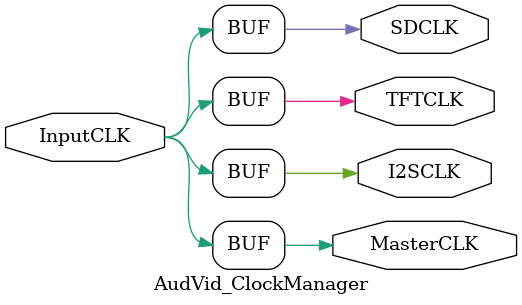
<source format=v>
module AudVid_ClockManager(
    input  wire  InputCLK,
    output wire  MasterCLK,
    output wire  I2SCLK,
    output wire  TFTCLK,
    output wire  SDCLK   
    );

    assign MasterCLK=InputCLK;
    assign I2SCLK=InputCLK;
    assign TFTCLK=InputCLK;
    assign SDCLK=InputCLK;

endmodule



</source>
